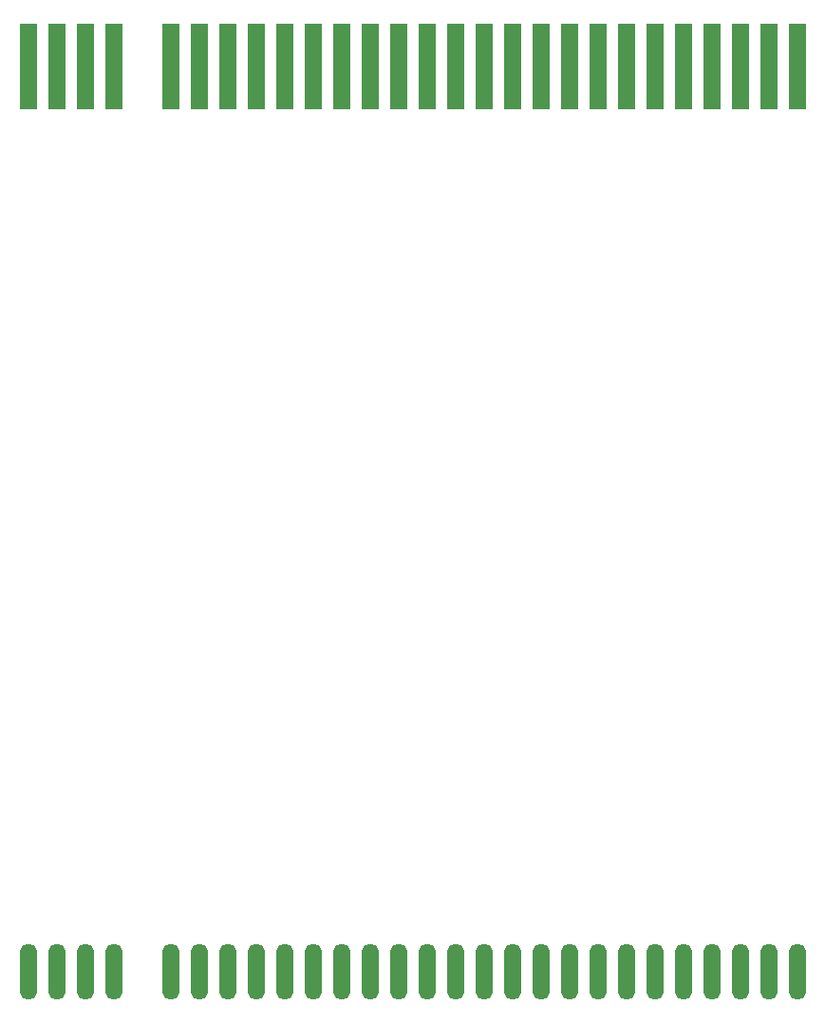
<source format=gbr>
%TF.GenerationSoftware,KiCad,Pcbnew,8.0.0*%
%TF.CreationDate,2024-03-05T08:56:25+01:00*%
%TF.ProjectId,ZX Spectrum_ BUS Expander,5a582053-7065-4637-9472-756d2c204255,rev?*%
%TF.SameCoordinates,Original*%
%TF.FileFunction,Paste,Bot*%
%TF.FilePolarity,Positive*%
%FSLAX46Y46*%
G04 Gerber Fmt 4.6, Leading zero omitted, Abs format (unit mm)*
G04 Created by KiCad (PCBNEW 8.0.0) date 2024-03-05 08:56:25*
%MOMM*%
%LPD*%
G01*
G04 APERTURE LIST*
G04 Aperture macros list*
%AMRoundRect*
0 Rectangle with rounded corners*
0 $1 Rounding radius*
0 $2 $3 $4 $5 $6 $7 $8 $9 X,Y pos of 4 corners*
0 Add a 4 corners polygon primitive as box body*
4,1,4,$2,$3,$4,$5,$6,$7,$8,$9,$2,$3,0*
0 Add four circle primitives for the rounded corners*
1,1,$1+$1,$2,$3*
1,1,$1+$1,$4,$5*
1,1,$1+$1,$6,$7*
1,1,$1+$1,$8,$9*
0 Add four rect primitives between the rounded corners*
20,1,$1+$1,$2,$3,$4,$5,0*
20,1,$1+$1,$4,$5,$6,$7,0*
20,1,$1+$1,$6,$7,$8,$9,0*
20,1,$1+$1,$8,$9,$2,$3,0*%
G04 Aperture macros list end*
%ADD10RoundRect,0.762000X0.000000X-1.738000X0.000000X-1.738000X0.000000X1.738000X0.000000X1.738000X0*%
%ADD11R,1.524000X7.620000*%
G04 APERTURE END LIST*
D10*
%TO.C,Z1*%
X105486200Y-136398000D03*
X108026200Y-136398000D03*
X110566200Y-136398000D03*
X113106200Y-136398000D03*
X118186200Y-136398000D03*
X120726200Y-136398000D03*
X123266200Y-136398000D03*
X125806200Y-136398000D03*
X128346200Y-136398000D03*
X130886200Y-136398000D03*
X133426200Y-136398000D03*
X135966200Y-136398000D03*
X138506200Y-136398000D03*
X141046200Y-136398000D03*
X143586200Y-136398000D03*
X146126200Y-136398000D03*
X148666200Y-136398000D03*
X151206200Y-136398000D03*
X153746200Y-136398000D03*
X156286200Y-136398000D03*
X158826200Y-136398000D03*
X161366200Y-136398000D03*
X163906200Y-136398000D03*
X166446200Y-136398000D03*
X168986200Y-136398000D03*
X171526200Y-136398000D03*
X174066200Y-136398000D03*
%TD*%
D11*
%TO.C,Z2*%
X105486200Y-55753000D03*
X108026200Y-55753000D03*
X110566200Y-55753000D03*
X113106200Y-55753000D03*
X118186200Y-55753000D03*
X120726200Y-55753000D03*
X123266200Y-55753000D03*
X125806200Y-55753000D03*
X128346200Y-55753000D03*
X130886200Y-55753000D03*
X133426200Y-55753000D03*
X135966200Y-55753000D03*
X138506200Y-55753000D03*
X141046200Y-55753000D03*
X143586200Y-55753000D03*
X146126200Y-55753000D03*
X148666200Y-55753000D03*
X151206200Y-55753000D03*
X153746200Y-55753000D03*
X156286200Y-55753000D03*
X158826200Y-55753000D03*
X161366200Y-55753000D03*
X163906200Y-55753000D03*
X166446200Y-55753000D03*
X168986200Y-55753000D03*
X171526200Y-55753000D03*
X174066200Y-55753000D03*
%TD*%
M02*

</source>
